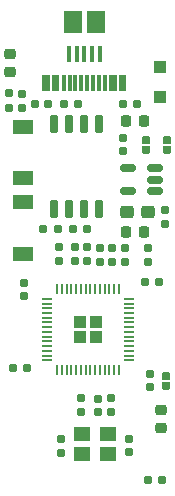
<source format=gbr>
G04 #@! TF.GenerationSoftware,KiCad,Pcbnew,(6.0.7)*
G04 #@! TF.CreationDate,2022-09-22T23:06:15+05:30*
G04 #@! TF.ProjectId,Mitayi-Pico-RP2040,4d697461-7969-42d5-9069-636f2d525032,0.4*
G04 #@! TF.SameCoordinates,PX825e060PY6d4a840*
G04 #@! TF.FileFunction,Paste,Top*
G04 #@! TF.FilePolarity,Positive*
%FSLAX46Y46*%
G04 Gerber Fmt 4.6, Leading zero omitted, Abs format (unit mm)*
G04 Created by KiCad (PCBNEW (6.0.7)) date 2022-09-22 23:06:15*
%MOMM*%
%LPD*%
G01*
G04 APERTURE LIST*
G04 Aperture macros list*
%AMRoundRect*
0 Rectangle with rounded corners*
0 $1 Rounding radius*
0 $2 $3 $4 $5 $6 $7 $8 $9 X,Y pos of 4 corners*
0 Add a 4 corners polygon primitive as box body*
4,1,4,$2,$3,$4,$5,$6,$7,$8,$9,$2,$3,0*
0 Add four circle primitives for the rounded corners*
1,1,$1+$1,$2,$3*
1,1,$1+$1,$4,$5*
1,1,$1+$1,$6,$7*
1,1,$1+$1,$8,$9*
0 Add four rect primitives between the rounded corners*
20,1,$1+$1,$2,$3,$4,$5,0*
20,1,$1+$1,$4,$5,$6,$7,0*
20,1,$1+$1,$6,$7,$8,$9,0*
20,1,$1+$1,$8,$9,$2,$3,0*%
%AMFreePoly0*
4,1,13,-0.340000,0.160000,-0.327821,0.221229,-0.293137,0.273137,-0.241229,0.307821,-0.180000,0.320000,0.340000,0.320000,0.340000,-0.320000,-0.180000,-0.320000,-0.241229,-0.307821,-0.293137,-0.273137,-0.327821,-0.221229,-0.340000,-0.160000,-0.340000,0.160000,-0.340000,0.160000,$1*%
%AMFreePoly1*
4,1,13,-0.340000,0.320000,0.180000,0.320000,0.241229,0.307821,0.293137,0.273137,0.327821,0.221229,0.340000,0.160000,0.340000,-0.160000,0.327821,-0.221229,0.293137,-0.273137,0.241229,-0.307821,0.180000,-0.320000,-0.340000,-0.320000,-0.340000,0.320000,-0.340000,0.320000,$1*%
G04 Aperture macros list end*
%ADD10FreePoly0,270.000000*%
%ADD11FreePoly1,270.000000*%
%ADD12RoundRect,0.218750X0.256250X-0.218750X0.256250X0.218750X-0.256250X0.218750X-0.256250X-0.218750X0*%
%ADD13RoundRect,0.155000X0.155000X-0.212500X0.155000X0.212500X-0.155000X0.212500X-0.155000X-0.212500X0*%
%ADD14RoundRect,0.225000X0.225000X0.250000X-0.225000X0.250000X-0.225000X-0.250000X0.225000X-0.250000X0*%
%ADD15RoundRect,0.155000X0.212500X0.155000X-0.212500X0.155000X-0.212500X-0.155000X0.212500X-0.155000X0*%
%ADD16RoundRect,0.160000X0.197500X0.160000X-0.197500X0.160000X-0.197500X-0.160000X0.197500X-0.160000X0*%
%ADD17RoundRect,0.160000X-0.160000X0.197500X-0.160000X-0.197500X0.160000X-0.197500X0.160000X0.197500X0*%
%ADD18RoundRect,0.155000X-0.212500X-0.155000X0.212500X-0.155000X0.212500X0.155000X-0.212500X0.155000X0*%
%ADD19RoundRect,0.250000X-0.292217X-0.292217X0.292217X-0.292217X0.292217X0.292217X-0.292217X0.292217X0*%
%ADD20RoundRect,0.050000X-0.387500X-0.050000X0.387500X-0.050000X0.387500X0.050000X-0.387500X0.050000X0*%
%ADD21RoundRect,0.050000X-0.050000X-0.387500X0.050000X-0.387500X0.050000X0.387500X-0.050000X0.387500X0*%
%ADD22RoundRect,0.155000X-0.155000X0.212500X-0.155000X-0.212500X0.155000X-0.212500X0.155000X0.212500X0*%
%ADD23RoundRect,0.150000X0.150000X-0.650000X0.150000X0.650000X-0.150000X0.650000X-0.150000X-0.650000X0*%
%ADD24FreePoly0,90.000000*%
%ADD25FreePoly1,90.000000*%
%ADD26RoundRect,0.225000X-0.225000X-0.250000X0.225000X-0.250000X0.225000X0.250000X-0.225000X0.250000X0*%
%ADD27R,0.300000X1.450000*%
%ADD28R,1.400000X1.200000*%
%ADD29RoundRect,0.160000X0.160000X-0.197500X0.160000X0.197500X-0.160000X0.197500X-0.160000X-0.197500X0*%
%ADD30R,1.000000X1.000000*%
%ADD31R,0.400000X1.350000*%
%ADD32R,1.500000X1.900000*%
%ADD33R,1.700000X1.150000*%
%ADD34RoundRect,0.250000X-0.312500X-0.275000X0.312500X-0.275000X0.312500X0.275000X-0.312500X0.275000X0*%
%ADD35RoundRect,0.160000X-0.197500X-0.160000X0.197500X-0.160000X0.197500X0.160000X-0.197500X0.160000X0*%
%ADD36RoundRect,0.150000X0.512500X0.150000X-0.512500X0.150000X-0.512500X-0.150000X0.512500X-0.150000X0*%
G04 APERTURE END LIST*
D10*
X17400000Y19730000D03*
D11*
X17400000Y18850000D03*
D12*
X17030000Y15262500D03*
X17030000Y16837500D03*
D13*
X8510000Y13212500D03*
X8510000Y14347500D03*
X5430000Y26442500D03*
X5430000Y27577500D03*
D14*
X15585000Y41290000D03*
X14035000Y41290000D03*
D15*
X4512500Y20400000D03*
X5647500Y20400000D03*
D13*
X15905000Y29362500D03*
X15905000Y30497500D03*
X5240000Y42422500D03*
X5240000Y43557500D03*
D16*
X8247500Y32170000D03*
X7052500Y32170000D03*
X17067500Y10860000D03*
X15872500Y10860000D03*
D17*
X10220000Y17817500D03*
X10220000Y16622500D03*
D18*
X15662500Y27630000D03*
X16797500Y27630000D03*
D19*
X10182500Y24267500D03*
X11457500Y22992500D03*
X11457500Y24267500D03*
X10182500Y22992500D03*
D20*
X7382500Y26230000D03*
X7382500Y25830000D03*
X7382500Y25430000D03*
X7382500Y25030000D03*
X7382500Y24630000D03*
X7382500Y24230000D03*
X7382500Y23830000D03*
X7382500Y23430000D03*
X7382500Y23030000D03*
X7382500Y22630000D03*
X7382500Y22230000D03*
X7382500Y21830000D03*
X7382500Y21430000D03*
X7382500Y21030000D03*
D21*
X8220000Y20192500D03*
X8620000Y20192500D03*
X9020000Y20192500D03*
X9420000Y20192500D03*
X9820000Y20192500D03*
X10220000Y20192500D03*
X10620000Y20192500D03*
X11020000Y20192500D03*
X11420000Y20192500D03*
X11820000Y20192500D03*
X12220000Y20192500D03*
X12620000Y20192500D03*
X13020000Y20192500D03*
X13420000Y20192500D03*
D20*
X14257500Y21030000D03*
X14257500Y21430000D03*
X14257500Y21830000D03*
X14257500Y22230000D03*
X14257500Y22630000D03*
X14257500Y23030000D03*
X14257500Y23430000D03*
X14257500Y23830000D03*
X14257500Y24230000D03*
X14257500Y24630000D03*
X14257500Y25030000D03*
X14257500Y25430000D03*
X14257500Y25830000D03*
X14257500Y26230000D03*
D21*
X13420000Y27067500D03*
X13020000Y27067500D03*
X12620000Y27067500D03*
X12220000Y27067500D03*
X11820000Y27067500D03*
X11420000Y27067500D03*
X11020000Y27067500D03*
X10620000Y27067500D03*
X10220000Y27067500D03*
X9820000Y27067500D03*
X9420000Y27067500D03*
X9020000Y27067500D03*
X8620000Y27067500D03*
X8220000Y27067500D03*
D17*
X11825000Y30547500D03*
X11825000Y29352500D03*
D22*
X12750000Y17797500D03*
X12750000Y16662500D03*
D23*
X7955000Y33850000D03*
X9225000Y33850000D03*
X10495000Y33850000D03*
X11765000Y33850000D03*
X11765000Y41050000D03*
X10495000Y41050000D03*
X9225000Y41050000D03*
X7955000Y41050000D03*
D13*
X10720000Y29457500D03*
X10720000Y30592500D03*
D16*
X10777500Y32170000D03*
X9582500Y32170000D03*
D13*
X13930000Y29372500D03*
X13930000Y30507500D03*
D18*
X7477500Y42700000D03*
X6342500Y42700000D03*
D24*
X17500000Y38810000D03*
D25*
X17500000Y39690000D03*
D17*
X17300000Y33787500D03*
X17300000Y32592500D03*
D13*
X11630000Y16652500D03*
X11630000Y17787500D03*
D22*
X16100000Y19877500D03*
X16100000Y18742500D03*
D26*
X14015000Y31920000D03*
X15565000Y31920000D03*
D27*
X13910000Y44470000D03*
X13110000Y44470000D03*
X11760000Y44470000D03*
X10760000Y44470000D03*
X10260000Y44470000D03*
X9260000Y44470000D03*
X7910000Y44470000D03*
X7110000Y44470000D03*
X7410000Y44470000D03*
X8210000Y44470000D03*
X8760000Y44470000D03*
X9760000Y44470000D03*
X11260000Y44470000D03*
X12260000Y44470000D03*
X12810000Y44470000D03*
X13610000Y44470000D03*
D13*
X13760000Y39887500D03*
X13760000Y38752500D03*
D11*
X15750000Y38810000D03*
D10*
X15750000Y39690000D03*
D16*
X9947500Y42700000D03*
X8752500Y42700000D03*
D28*
X10330000Y13100000D03*
X12530000Y13100000D03*
X12530000Y14800000D03*
X10330000Y14800000D03*
D29*
X4170000Y42422500D03*
X4170000Y43617500D03*
D30*
X16900000Y43350000D03*
X16900000Y45850000D03*
D12*
X4200000Y45412500D03*
X4200000Y46987500D03*
D31*
X11810000Y46937500D03*
X11160000Y46937500D03*
X10510000Y46937500D03*
X9860000Y46937500D03*
X9210000Y46937500D03*
D32*
X11510000Y49637500D03*
X9510000Y49637500D03*
D33*
X5300000Y40775000D03*
X5300000Y36425000D03*
D22*
X14330000Y14377500D03*
X14330000Y13242500D03*
D13*
X9720000Y29462500D03*
X9720000Y30597500D03*
D17*
X12825000Y30547500D03*
X12825000Y29352500D03*
D34*
X14147500Y33600000D03*
X15922500Y33600000D03*
D35*
X13802500Y42700000D03*
X14997500Y42700000D03*
D36*
X16487500Y35380000D03*
X16487500Y36330000D03*
X16487500Y37280000D03*
X14212500Y37280000D03*
X14212500Y35380000D03*
D17*
X8330000Y30627500D03*
X8330000Y29432500D03*
D33*
X5285000Y30060000D03*
X5285000Y34410000D03*
M02*

</source>
